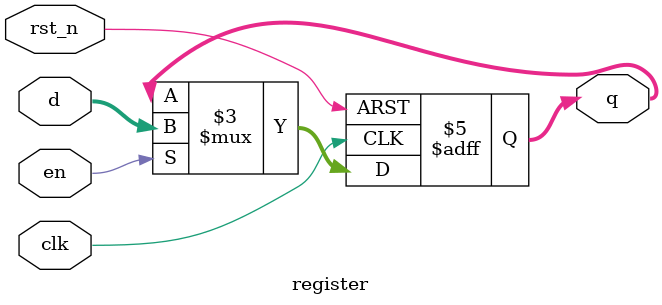
<source format=sv>
/* Keccak Core
	Module: top_module
	Date: 6/1/2021
	Author: Tran Cong Tien
	ID: 1810580
*/

module register(clk, rst_n, en, d, q);
parameter n = 1600;
	input	clk;
	input	rst_n;
	input	[n-1:0] d;
	input	en;			//this is finish signal
	output logic [n-1:0] q;

always_ff @(posedge clk or negedge rst_n)
begin
	if (!rst_n) 
		q <= 0;
	else
		if (en) q <= d;
end
endmodule
</source>
